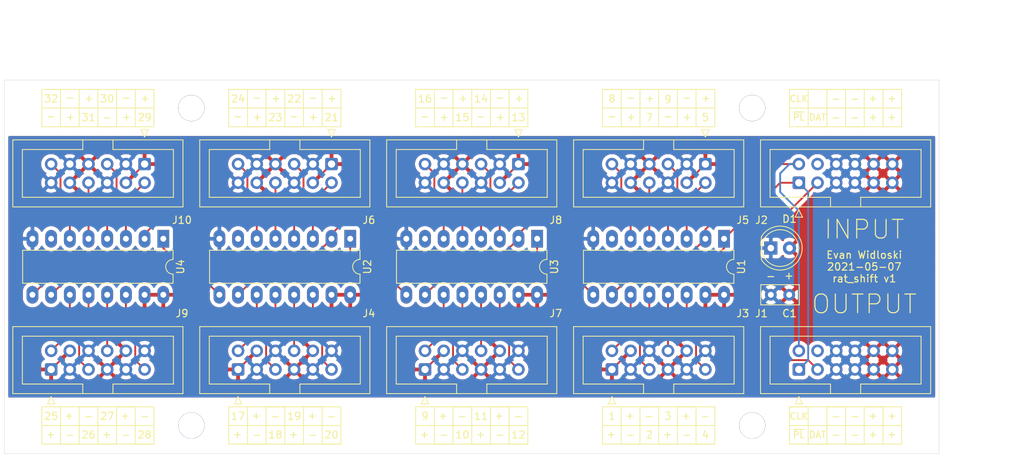
<source format=kicad_pcb>
(kicad_pcb (version 20171130) (host pcbnew 5.1.9+dfsg1-1)
  (layers (0 F.Cu signal) (31 B.Cu signal) (34 B.Paste user) (35 F.Paste user) (36 B.SilkS user) (37 F.SilkS user) (38 B.Mask user) (39 F.Mask user) (44 Edge.Cuts user))
  (net 0 "")
  (net 1 +3V3)
  (net 2 GND)
  (net 3 /CLK)
  (net 4 /OUT1)
  (net 5 /PIR3)
  (net 6 /PIR1)
  (net 7 /PIR4)
  (net 8 /PIR2)
  (net 9 /PIR19)
  (net 10 /PIR17)
  (net 11 /PIR20)
  (net 12 /PIR18)
  (net 13 /PIR7)
  (net 14 /PIR5)
  (net 15 /PIR8)
  (net 16 /PIR6)
  (net 17 /PIR23)
  (net 18 /PIR21)
  (net 19 /PIR24)
  (net 20 /PIR22)
  (net 21 /PIR11)
  (net 22 /PIR9)
  (net 23 /PIR12)
  (net 24 /PIR10)
  (net 25 /PIR15)
  (net 26 /PIR14)
  (net 27 /PIR16)
  (net 28 /PIR13)
  (net 29 /OUT3)
  (net 30 /OUT2)
  (net 31 /DAT_IN)
  (net 32 /~PL)
  (net 33 /DAT_OUT)
  (net 34 /PIR27)
  (net 35 /PIR25)
  (net 36 /PIR28)
  (net 37 /PIR26)
  (net 38 /PIR31)
  (net 39 /PIR29)
  (net 40 /PIR32)
  (net 41 /PIR30)
  (module Capacitor_THT:C_Disc_D5.0mm_W2.5mm_P2.50mm (layer F.Cu) (at 199.35 120.65 180)
    (fp_text reference C1 (at -0.04 -2.54) (layer F.SilkS))
    (fp_text value C)
    (pad 2 thru_hole circle (at 2.5 0 180) (size 1.6 1.6) (drill 0.8) (layers *.Cu *.Mask) (net 2 GND))
    (pad 1 thru_hole circle (at 0 0 180) (size 1.6 1.6) (drill 0.8) (layers *.Cu *.Mask) (net 1 +3V3))
  )
  (module LED_THT:LED_D5.0mm (layer F.Cu) (at 196.85 114.3)
    (fp_text reference D1 (at 2.54 -3.96) (layer F.SilkS))
    (fp_text value LED)
    (pad 2 thru_hole circle (at 2.54 0) (size 1.8 1.8) (drill 0.9) (layers *.Cu *.Mask) (net 1 +3V3))
    (pad 1 thru_hole rect (at 0 0) (size 1.8 1.8) (drill 0.9) (layers *.Cu *.Mask) (net 2 GND))
  )
  (module Package_DIP:DIP-16_W7.62mm_LongPads (layer F.Cu) (at 114.3 113.03 270)
    (fp_text reference U4 (at 3.81 -2.33 90) (layer F.SilkS))
    (fp_text value 74LS165)
    (pad 16 thru_hole oval (at 7.62 0 270) (size 2.4 1.6) (drill 0.8) (layers *.Cu *.Mask) (net 1 +3V3))
    (pad 8 thru_hole oval (at 0 17.78 270) (size 2.4 1.6) (drill 0.8) (layers *.Cu *.Mask) (net 2 GND))
    (pad 15 thru_hole oval (at 7.62 2.54 270) (size 2.4 1.6) (drill 0.8) (layers *.Cu *.Mask) (net 1 +3V3))
    (pad 7 thru_hole oval (at 0 15.24 270) (size 2.4 1.6) (drill 0.8) (layers *.Cu *.Mask))
    (pad 14 thru_hole oval (at 7.62 5.08 270) (size 2.4 1.6) (drill 0.8) (layers *.Cu *.Mask) (net 36 /PIR28))
    (pad 6 thru_hole oval (at 0 12.7 270) (size 2.4 1.6) (drill 0.8) (layers *.Cu *.Mask) (net 40 /PIR32))
    (pad 13 thru_hole oval (at 7.62 7.62 270) (size 2.4 1.6) (drill 0.8) (layers *.Cu *.Mask) (net 34 /PIR27))
    (pad 5 thru_hole oval (at 0 10.16 270) (size 2.4 1.6) (drill 0.8) (layers *.Cu *.Mask) (net 38 /PIR31))
    (pad 12 thru_hole oval (at 7.62 10.16 270) (size 2.4 1.6) (drill 0.8) (layers *.Cu *.Mask) (net 37 /PIR26))
    (pad 4 thru_hole oval (at 0 7.62 270) (size 2.4 1.6) (drill 0.8) (layers *.Cu *.Mask) (net 41 /PIR30))
    (pad 11 thru_hole oval (at 7.62 12.7 270) (size 2.4 1.6) (drill 0.8) (layers *.Cu *.Mask) (net 35 /PIR25))
    (pad 3 thru_hole oval (at 0 5.08 270) (size 2.4 1.6) (drill 0.8) (layers *.Cu *.Mask) (net 39 /PIR29))
    (pad 10 thru_hole oval (at 7.62 15.24 270) (size 2.4 1.6) (drill 0.8) (layers *.Cu *.Mask) (net 29 /OUT3))
    (pad 2 thru_hole oval (at 0 2.54 270) (size 2.4 1.6) (drill 0.8) (layers *.Cu *.Mask) (net 3 /CLK))
    (pad 9 thru_hole oval (at 7.62 17.78 270) (size 2.4 1.6) (drill 0.8) (layers *.Cu *.Mask) (net 33 /DAT_OUT))
    (pad 1 thru_hole rect (at 0 0 270) (size 2.4 1.6) (drill 0.8) (layers *.Cu *.Mask) (net 32 /~PL))
  )
  (module Connector_IDC:IDC-Header_2x06_P2.54mm_Vertical (layer F.Cu) (at 111.76 102.87 270)
    (fp_text reference J10 (at 7.62 -5.08 180) (layer F.SilkS))
    (fp_text value Conn_01x12)
    (pad 12 thru_hole circle (at 2.54 12.7 270) (size 1.7 1.7) (drill 1) (layers *.Cu *.Mask) (net 2 GND))
    (pad 10 thru_hole circle (at 2.54 10.16 270) (size 1.7 1.7) (drill 1) (layers *.Cu *.Mask) (net 1 +3V3))
    (pad 8 thru_hole circle (at 2.54 7.62 270) (size 1.7 1.7) (drill 1) (layers *.Cu *.Mask) (net 38 /PIR31))
    (pad 6 thru_hole circle (at 2.54 5.08 270) (size 1.7 1.7) (drill 1) (layers *.Cu *.Mask) (net 2 GND))
    (pad 4 thru_hole circle (at 2.54 2.54 270) (size 1.7 1.7) (drill 1) (layers *.Cu *.Mask) (net 1 +3V3))
    (pad 2 thru_hole circle (at 2.54 0 270) (size 1.7 1.7) (drill 1) (layers *.Cu *.Mask) (net 39 /PIR29))
    (pad 11 thru_hole circle (at 0 12.7 270) (size 1.7 1.7) (drill 1) (layers *.Cu *.Mask) (net 40 /PIR32))
    (pad 9 thru_hole circle (at 0 10.16 270) (size 1.7 1.7) (drill 1) (layers *.Cu *.Mask) (net 2 GND))
    (pad 7 thru_hole circle (at 0 7.62 270) (size 1.7 1.7) (drill 1) (layers *.Cu *.Mask) (net 1 +3V3))
    (pad 5 thru_hole circle (at 0 5.08 270) (size 1.7 1.7) (drill 1) (layers *.Cu *.Mask) (net 41 /PIR30))
    (pad 3 thru_hole circle (at 0 2.54 270) (size 1.7 1.7) (drill 1) (layers *.Cu *.Mask) (net 2 GND))
    (pad 1 thru_hole roundrect (at 0 0 270) (size 1.7 1.7) (drill 1) (layers *.Cu *.Mask) (roundrect_rratio 0.147059) (net 1 +3V3))
  )
  (module Connector_IDC:IDC-Header_2x06_P2.54mm_Vertical (layer F.Cu) (at 99.06 130.81 90)
    (fp_text reference J9 (at 7.62 17.78 180) (layer F.SilkS))
    (fp_text value Conn_01x12)
    (pad 12 thru_hole circle (at 2.54 12.7 90) (size 1.7 1.7) (drill 1) (layers *.Cu *.Mask) (net 2 GND))
    (pad 10 thru_hole circle (at 2.54 10.16 90) (size 1.7 1.7) (drill 1) (layers *.Cu *.Mask) (net 1 +3V3))
    (pad 8 thru_hole circle (at 2.54 7.62 90) (size 1.7 1.7) (drill 1) (layers *.Cu *.Mask) (net 34 /PIR27))
    (pad 6 thru_hole circle (at 2.54 5.08 90) (size 1.7 1.7) (drill 1) (layers *.Cu *.Mask) (net 2 GND))
    (pad 4 thru_hole circle (at 2.54 2.54 90) (size 1.7 1.7) (drill 1) (layers *.Cu *.Mask) (net 1 +3V3))
    (pad 2 thru_hole circle (at 2.54 0 90) (size 1.7 1.7) (drill 1) (layers *.Cu *.Mask) (net 35 /PIR25))
    (pad 11 thru_hole circle (at 0 12.7 90) (size 1.7 1.7) (drill 1) (layers *.Cu *.Mask) (net 36 /PIR28))
    (pad 9 thru_hole circle (at 0 10.16 90) (size 1.7 1.7) (drill 1) (layers *.Cu *.Mask) (net 2 GND))
    (pad 7 thru_hole circle (at 0 7.62 90) (size 1.7 1.7) (drill 1) (layers *.Cu *.Mask) (net 1 +3V3))
    (pad 5 thru_hole circle (at 0 5.08 90) (size 1.7 1.7) (drill 1) (layers *.Cu *.Mask) (net 37 /PIR26))
    (pad 3 thru_hole circle (at 0 2.54 90) (size 1.7 1.7) (drill 1) (layers *.Cu *.Mask) (net 2 GND))
    (pad 1 thru_hole roundrect (at 0 0 90) (size 1.7 1.7) (drill 1) (layers *.Cu *.Mask) (roundrect_rratio 0.147059) (net 1 +3V3))
  )
  (module Connector_IDC:IDC-Header_2x06_P2.54mm_Vertical (layer F.Cu) (at 200.66 105.41 90)
    (fp_text reference J2 (at -5.08 -5.08 180) (layer F.SilkS))
    (fp_text value Conn_01x12)
    (pad 12 thru_hole circle (at 2.54 12.7 90) (size 1.7 1.7) (drill 1) (layers *.Cu *.Mask) (net 1 +3V3))
    (pad 10 thru_hole circle (at 2.54 10.16 90) (size 1.7 1.7) (drill 1) (layers *.Cu *.Mask) (net 1 +3V3))
    (pad 8 thru_hole circle (at 2.54 7.62 90) (size 1.7 1.7) (drill 1) (layers *.Cu *.Mask) (net 2 GND))
    (pad 6 thru_hole circle (at 2.54 5.08 90) (size 1.7 1.7) (drill 1) (layers *.Cu *.Mask) (net 2 GND))
    (pad 4 thru_hole circle (at 2.54 2.54 90) (size 1.7 1.7) (drill 1) (layers *.Cu *.Mask))
    (pad 2 thru_hole circle (at 2.54 0 90) (size 1.7 1.7) (drill 1) (layers *.Cu *.Mask) (net 3 /CLK))
    (pad 11 thru_hole circle (at 0 12.7 90) (size 1.7 1.7) (drill 1) (layers *.Cu *.Mask) (net 1 +3V3))
    (pad 9 thru_hole circle (at 0 10.16 90) (size 1.7 1.7) (drill 1) (layers *.Cu *.Mask) (net 1 +3V3))
    (pad 7 thru_hole circle (at 0 7.62 90) (size 1.7 1.7) (drill 1) (layers *.Cu *.Mask) (net 2 GND))
    (pad 5 thru_hole circle (at 0 5.08 90) (size 1.7 1.7) (drill 1) (layers *.Cu *.Mask) (net 2 GND))
    (pad 3 thru_hole circle (at 0 2.54 90) (size 1.7 1.7) (drill 1) (layers *.Cu *.Mask) (net 33 /DAT_OUT))
    (pad 1 thru_hole roundrect (at 0 0 90) (size 1.7 1.7) (drill 1) (layers *.Cu *.Mask) (roundrect_rratio 0.147059) (net 32 /~PL))
  )
  (module Connector_IDC:IDC-Header_2x06_P2.54mm_Vertical (layer F.Cu) (at 200.66 130.81 90)
    (fp_text reference J1 (at 7.62 -5.08 180) (layer F.SilkS))
    (fp_text value Conn_01x12)
    (pad 12 thru_hole circle (at 2.54 12.7 90) (size 1.7 1.7) (drill 1) (layers *.Cu *.Mask) (net 1 +3V3))
    (pad 10 thru_hole circle (at 2.54 10.16 90) (size 1.7 1.7) (drill 1) (layers *.Cu *.Mask) (net 1 +3V3))
    (pad 8 thru_hole circle (at 2.54 7.62 90) (size 1.7 1.7) (drill 1) (layers *.Cu *.Mask) (net 2 GND))
    (pad 6 thru_hole circle (at 2.54 5.08 90) (size 1.7 1.7) (drill 1) (layers *.Cu *.Mask) (net 2 GND))
    (pad 4 thru_hole circle (at 2.54 2.54 90) (size 1.7 1.7) (drill 1) (layers *.Cu *.Mask))
    (pad 2 thru_hole circle (at 2.54 0 90) (size 1.7 1.7) (drill 1) (layers *.Cu *.Mask) (net 3 /CLK))
    (pad 11 thru_hole circle (at 0 12.7 90) (size 1.7 1.7) (drill 1) (layers *.Cu *.Mask) (net 1 +3V3))
    (pad 9 thru_hole circle (at 0 10.16 90) (size 1.7 1.7) (drill 1) (layers *.Cu *.Mask) (net 1 +3V3))
    (pad 7 thru_hole circle (at 0 7.62 90) (size 1.7 1.7) (drill 1) (layers *.Cu *.Mask) (net 2 GND))
    (pad 5 thru_hole circle (at 0 5.08 90) (size 1.7 1.7) (drill 1) (layers *.Cu *.Mask) (net 2 GND))
    (pad 3 thru_hole circle (at 0 2.54 90) (size 1.7 1.7) (drill 1) (layers *.Cu *.Mask) (net 31 /DAT_IN))
    (pad 1 thru_hole roundrect (at 0 0 90) (size 1.7 1.7) (drill 1) (layers *.Cu *.Mask) (roundrect_rratio 0.147059) (net 32 /~PL))
  )
  (module Package_DIP:DIP-16_W7.62mm_LongPads (layer F.Cu) (at 139.7 113.03 270)
    (fp_text reference U2 (at 3.81 -2.33 90) (layer F.SilkS))
    (fp_text value 74LS165)
    (pad 16 thru_hole oval (at 7.62 0 270) (size 2.4 1.6) (drill 0.8) (layers *.Cu *.Mask) (net 1 +3V3))
    (pad 8 thru_hole oval (at 0 17.78 270) (size 2.4 1.6) (drill 0.8) (layers *.Cu *.Mask) (net 2 GND))
    (pad 15 thru_hole oval (at 7.62 2.54 270) (size 2.4 1.6) (drill 0.8) (layers *.Cu *.Mask) (net 1 +3V3))
    (pad 7 thru_hole oval (at 0 15.24 270) (size 2.4 1.6) (drill 0.8) (layers *.Cu *.Mask))
    (pad 14 thru_hole oval (at 7.62 5.08 270) (size 2.4 1.6) (drill 0.8) (layers *.Cu *.Mask) (net 11 /PIR20))
    (pad 6 thru_hole oval (at 0 12.7 270) (size 2.4 1.6) (drill 0.8) (layers *.Cu *.Mask) (net 19 /PIR24))
    (pad 13 thru_hole oval (at 7.62 7.62 270) (size 2.4 1.6) (drill 0.8) (layers *.Cu *.Mask) (net 9 /PIR19))
    (pad 5 thru_hole oval (at 0 10.16 270) (size 2.4 1.6) (drill 0.8) (layers *.Cu *.Mask) (net 17 /PIR23))
    (pad 12 thru_hole oval (at 7.62 10.16 270) (size 2.4 1.6) (drill 0.8) (layers *.Cu *.Mask) (net 12 /PIR18))
    (pad 4 thru_hole oval (at 0 7.62 270) (size 2.4 1.6) (drill 0.8) (layers *.Cu *.Mask) (net 20 /PIR22))
    (pad 11 thru_hole oval (at 7.62 12.7 270) (size 2.4 1.6) (drill 0.8) (layers *.Cu *.Mask) (net 10 /PIR17))
    (pad 3 thru_hole oval (at 0 5.08 270) (size 2.4 1.6) (drill 0.8) (layers *.Cu *.Mask) (net 18 /PIR21))
    (pad 10 thru_hole oval (at 7.62 15.24 270) (size 2.4 1.6) (drill 0.8) (layers *.Cu *.Mask) (net 30 /OUT2))
    (pad 2 thru_hole oval (at 0 2.54 270) (size 2.4 1.6) (drill 0.8) (layers *.Cu *.Mask) (net 3 /CLK))
    (pad 9 thru_hole oval (at 7.62 17.78 270) (size 2.4 1.6) (drill 0.8) (layers *.Cu *.Mask) (net 29 /OUT3))
    (pad 1 thru_hole rect (at 0 0 270) (size 2.4 1.6) (drill 0.8) (layers *.Cu *.Mask) (net 32 /~PL))
  )
  (module Connector_IDC:IDC-Header_2x06_P2.54mm_Vertical (layer F.Cu) (at 162.56 102.87 270)
    (fp_text reference J8 (at 7.62 -5.08 180) (layer F.SilkS))
    (fp_text value Conn_01x12)
    (pad 12 thru_hole circle (at 2.54 12.7 270) (size 1.7 1.7) (drill 1) (layers *.Cu *.Mask) (net 2 GND))
    (pad 10 thru_hole circle (at 2.54 10.16 270) (size 1.7 1.7) (drill 1) (layers *.Cu *.Mask) (net 1 +3V3))
    (pad 8 thru_hole circle (at 2.54 7.62 270) (size 1.7 1.7) (drill 1) (layers *.Cu *.Mask) (net 25 /PIR15))
    (pad 6 thru_hole circle (at 2.54 5.08 270) (size 1.7 1.7) (drill 1) (layers *.Cu *.Mask) (net 2 GND))
    (pad 4 thru_hole circle (at 2.54 2.54 270) (size 1.7 1.7) (drill 1) (layers *.Cu *.Mask) (net 1 +3V3))
    (pad 2 thru_hole circle (at 2.54 0 270) (size 1.7 1.7) (drill 1) (layers *.Cu *.Mask) (net 28 /PIR13))
    (pad 11 thru_hole circle (at 0 12.7 270) (size 1.7 1.7) (drill 1) (layers *.Cu *.Mask) (net 27 /PIR16))
    (pad 9 thru_hole circle (at 0 10.16 270) (size 1.7 1.7) (drill 1) (layers *.Cu *.Mask) (net 2 GND))
    (pad 7 thru_hole circle (at 0 7.62 270) (size 1.7 1.7) (drill 1) (layers *.Cu *.Mask) (net 1 +3V3))
    (pad 5 thru_hole circle (at 0 5.08 270) (size 1.7 1.7) (drill 1) (layers *.Cu *.Mask) (net 26 /PIR14))
    (pad 3 thru_hole circle (at 0 2.54 270) (size 1.7 1.7) (drill 1) (layers *.Cu *.Mask) (net 2 GND))
    (pad 1 thru_hole roundrect (at 0 0 270) (size 1.7 1.7) (drill 1) (layers *.Cu *.Mask) (roundrect_rratio 0.147059) (net 1 +3V3))
  )
  (module Package_DIP:DIP-16_W7.62mm_LongPads (layer F.Cu) (at 165.1 113.03 270)
    (fp_text reference U3 (at 3.81 -2.33 90) (layer F.SilkS))
    (fp_text value 74LS165)
    (pad 16 thru_hole oval (at 7.62 0 270) (size 2.4 1.6) (drill 0.8) (layers *.Cu *.Mask) (net 1 +3V3))
    (pad 8 thru_hole oval (at 0 17.78 270) (size 2.4 1.6) (drill 0.8) (layers *.Cu *.Mask) (net 2 GND))
    (pad 15 thru_hole oval (at 7.62 2.54 270) (size 2.4 1.6) (drill 0.8) (layers *.Cu *.Mask) (net 1 +3V3))
    (pad 7 thru_hole oval (at 0 15.24 270) (size 2.4 1.6) (drill 0.8) (layers *.Cu *.Mask))
    (pad 14 thru_hole oval (at 7.62 5.08 270) (size 2.4 1.6) (drill 0.8) (layers *.Cu *.Mask) (net 23 /PIR12))
    (pad 6 thru_hole oval (at 0 12.7 270) (size 2.4 1.6) (drill 0.8) (layers *.Cu *.Mask) (net 27 /PIR16))
    (pad 13 thru_hole oval (at 7.62 7.62 270) (size 2.4 1.6) (drill 0.8) (layers *.Cu *.Mask) (net 21 /PIR11))
    (pad 5 thru_hole oval (at 0 10.16 270) (size 2.4 1.6) (drill 0.8) (layers *.Cu *.Mask) (net 25 /PIR15))
    (pad 12 thru_hole oval (at 7.62 10.16 270) (size 2.4 1.6) (drill 0.8) (layers *.Cu *.Mask) (net 24 /PIR10))
    (pad 4 thru_hole oval (at 0 7.62 270) (size 2.4 1.6) (drill 0.8) (layers *.Cu *.Mask) (net 26 /PIR14))
    (pad 11 thru_hole oval (at 7.62 12.7 270) (size 2.4 1.6) (drill 0.8) (layers *.Cu *.Mask) (net 22 /PIR9))
    (pad 3 thru_hole oval (at 0 5.08 270) (size 2.4 1.6) (drill 0.8) (layers *.Cu *.Mask) (net 28 /PIR13))
    (pad 10 thru_hole oval (at 7.62 15.24 270) (size 2.4 1.6) (drill 0.8) (layers *.Cu *.Mask) (net 4 /OUT1))
    (pad 2 thru_hole oval (at 0 2.54 270) (size 2.4 1.6) (drill 0.8) (layers *.Cu *.Mask) (net 3 /CLK))
    (pad 9 thru_hole oval (at 7.62 17.78 270) (size 2.4 1.6) (drill 0.8) (layers *.Cu *.Mask) (net 30 /OUT2))
    (pad 1 thru_hole rect (at 0 0 270) (size 2.4 1.6) (drill 0.8) (layers *.Cu *.Mask) (net 32 /~PL))
  )
  (module Package_DIP:DIP-16_W7.62mm_LongPads (layer F.Cu) (at 190.5 113.03 270)
    (fp_text reference U1 (at 3.81 -2.33 90) (layer F.SilkS))
    (fp_text value 74LS165)
    (pad 16 thru_hole oval (at 7.62 0 270) (size 2.4 1.6) (drill 0.8) (layers *.Cu *.Mask) (net 1 +3V3))
    (pad 8 thru_hole oval (at 0 17.78 270) (size 2.4 1.6) (drill 0.8) (layers *.Cu *.Mask) (net 2 GND))
    (pad 15 thru_hole oval (at 7.62 2.54 270) (size 2.4 1.6) (drill 0.8) (layers *.Cu *.Mask) (net 1 +3V3))
    (pad 7 thru_hole oval (at 0 15.24 270) (size 2.4 1.6) (drill 0.8) (layers *.Cu *.Mask))
    (pad 14 thru_hole oval (at 7.62 5.08 270) (size 2.4 1.6) (drill 0.8) (layers *.Cu *.Mask) (net 7 /PIR4))
    (pad 6 thru_hole oval (at 0 12.7 270) (size 2.4 1.6) (drill 0.8) (layers *.Cu *.Mask) (net 15 /PIR8))
    (pad 13 thru_hole oval (at 7.62 7.62 270) (size 2.4 1.6) (drill 0.8) (layers *.Cu *.Mask) (net 5 /PIR3))
    (pad 5 thru_hole oval (at 0 10.16 270) (size 2.4 1.6) (drill 0.8) (layers *.Cu *.Mask) (net 13 /PIR7))
    (pad 12 thru_hole oval (at 7.62 10.16 270) (size 2.4 1.6) (drill 0.8) (layers *.Cu *.Mask) (net 8 /PIR2))
    (pad 4 thru_hole oval (at 0 7.62 270) (size 2.4 1.6) (drill 0.8) (layers *.Cu *.Mask) (net 16 /PIR6))
    (pad 11 thru_hole oval (at 7.62 12.7 270) (size 2.4 1.6) (drill 0.8) (layers *.Cu *.Mask) (net 6 /PIR1))
    (pad 3 thru_hole oval (at 0 5.08 270) (size 2.4 1.6) (drill 0.8) (layers *.Cu *.Mask) (net 14 /PIR5))
    (pad 10 thru_hole oval (at 7.62 15.24 270) (size 2.4 1.6) (drill 0.8) (layers *.Cu *.Mask) (net 31 /DAT_IN))
    (pad 2 thru_hole oval (at 0 2.54 270) (size 2.4 1.6) (drill 0.8) (layers *.Cu *.Mask) (net 3 /CLK))
    (pad 9 thru_hole oval (at 7.62 17.78 270) (size 2.4 1.6) (drill 0.8) (layers *.Cu *.Mask) (net 4 /OUT1))
    (pad 1 thru_hole rect (at 0 0 270) (size 2.4 1.6) (drill 0.8) (layers *.Cu *.Mask) (net 32 /~PL))
  )
  (module Connector_IDC:IDC-Header_2x06_P2.54mm_Vertical (layer F.Cu) (at 149.86 130.81 90)
    (fp_text reference J7 (at 7.62 17.78 180) (layer F.SilkS))
    (fp_text value Conn_01x12)
    (pad 12 thru_hole circle (at 2.54 12.7 90) (size 1.7 1.7) (drill 1) (layers *.Cu *.Mask) (net 2 GND))
    (pad 10 thru_hole circle (at 2.54 10.16 90) (size 1.7 1.7) (drill 1) (layers *.Cu *.Mask) (net 1 +3V3))
    (pad 8 thru_hole circle (at 2.54 7.62 90) (size 1.7 1.7) (drill 1) (layers *.Cu *.Mask) (net 21 /PIR11))
    (pad 6 thru_hole circle (at 2.54 5.08 90) (size 1.7 1.7) (drill 1) (layers *.Cu *.Mask) (net 2 GND))
    (pad 4 thru_hole circle (at 2.54 2.54 90) (size 1.7 1.7) (drill 1) (layers *.Cu *.Mask) (net 1 +3V3))
    (pad 2 thru_hole circle (at 2.54 0 90) (size 1.7 1.7) (drill 1) (layers *.Cu *.Mask) (net 22 /PIR9))
    (pad 11 thru_hole circle (at 0 12.7 90) (size 1.7 1.7) (drill 1) (layers *.Cu *.Mask) (net 23 /PIR12))
    (pad 9 thru_hole circle (at 0 10.16 90) (size 1.7 1.7) (drill 1) (layers *.Cu *.Mask) (net 2 GND))
    (pad 7 thru_hole circle (at 0 7.62 90) (size 1.7 1.7) (drill 1) (layers *.Cu *.Mask) (net 1 +3V3))
    (pad 5 thru_hole circle (at 0 5.08 90) (size 1.7 1.7) (drill 1) (layers *.Cu *.Mask) (net 24 /PIR10))
    (pad 3 thru_hole circle (at 0 2.54 90) (size 1.7 1.7) (drill 1) (layers *.Cu *.Mask) (net 2 GND))
    (pad 1 thru_hole roundrect (at 0 0 90) (size 1.7 1.7) (drill 1) (layers *.Cu *.Mask) (roundrect_rratio 0.147059) (net 1 +3V3))
  )
  (module Connector_IDC:IDC-Header_2x06_P2.54mm_Vertical (layer F.Cu) (at 137.16 102.87 270)
    (fp_text reference J6 (at 7.62 -5.08) (layer F.SilkS))
    (fp_text value Conn_01x12)
    (pad 12 thru_hole circle (at 2.54 12.7 270) (size 1.7 1.7) (drill 1) (layers *.Cu *.Mask) (net 2 GND))
    (pad 10 thru_hole circle (at 2.54 10.16 270) (size 1.7 1.7) (drill 1) (layers *.Cu *.Mask) (net 1 +3V3))
    (pad 8 thru_hole circle (at 2.54 7.62 270) (size 1.7 1.7) (drill 1) (layers *.Cu *.Mask) (net 17 /PIR23))
    (pad 6 thru_hole circle (at 2.54 5.08 270) (size 1.7 1.7) (drill 1) (layers *.Cu *.Mask) (net 2 GND))
    (pad 4 thru_hole circle (at 2.54 2.54 270) (size 1.7 1.7) (drill 1) (layers *.Cu *.Mask) (net 1 +3V3))
    (pad 2 thru_hole circle (at 2.54 0 270) (size 1.7 1.7) (drill 1) (layers *.Cu *.Mask) (net 18 /PIR21))
    (pad 11 thru_hole circle (at 0 12.7 270) (size 1.7 1.7) (drill 1) (layers *.Cu *.Mask) (net 19 /PIR24))
    (pad 9 thru_hole circle (at 0 10.16 270) (size 1.7 1.7) (drill 1) (layers *.Cu *.Mask) (net 2 GND))
    (pad 7 thru_hole circle (at 0 7.62 270) (size 1.7 1.7) (drill 1) (layers *.Cu *.Mask) (net 1 +3V3))
    (pad 5 thru_hole circle (at 0 5.08 270) (size 1.7 1.7) (drill 1) (layers *.Cu *.Mask) (net 20 /PIR22))
    (pad 3 thru_hole circle (at 0 2.54 270) (size 1.7 1.7) (drill 1) (layers *.Cu *.Mask) (net 2 GND))
    (pad 1 thru_hole roundrect (at 0 0 270) (size 1.7 1.7) (drill 1) (layers *.Cu *.Mask) (roundrect_rratio 0.147059) (net 1 +3V3))
  )
  (module Connector_IDC:IDC-Header_2x06_P2.54mm_Vertical (layer F.Cu) (at 187.96 102.87 270)
    (fp_text reference J5 (at 7.62 -5.08 180) (layer F.SilkS))
    (fp_text value Conn_01x12)
    (pad 12 thru_hole circle (at 2.54 12.7 270) (size 1.7 1.7) (drill 1) (layers *.Cu *.Mask) (net 2 GND))
    (pad 10 thru_hole circle (at 2.54 10.16 270) (size 1.7 1.7) (drill 1) (layers *.Cu *.Mask) (net 1 +3V3))
    (pad 8 thru_hole circle (at 2.54 7.62 270) (size 1.7 1.7) (drill 1) (layers *.Cu *.Mask) (net 13 /PIR7))
    (pad 6 thru_hole circle (at 2.54 5.08 270) (size 1.7 1.7) (drill 1) (layers *.Cu *.Mask) (net 2 GND))
    (pad 4 thru_hole circle (at 2.54 2.54 270) (size 1.7 1.7) (drill 1) (layers *.Cu *.Mask) (net 1 +3V3))
    (pad 2 thru_hole circle (at 2.54 0 270) (size 1.7 1.7) (drill 1) (layers *.Cu *.Mask) (net 14 /PIR5))
    (pad 11 thru_hole circle (at 0 12.7 270) (size 1.7 1.7) (drill 1) (layers *.Cu *.Mask) (net 15 /PIR8))
    (pad 9 thru_hole circle (at 0 10.16 270) (size 1.7 1.7) (drill 1) (layers *.Cu *.Mask) (net 2 GND))
    (pad 7 thru_hole circle (at 0 7.62 270) (size 1.7 1.7) (drill 1) (layers *.Cu *.Mask) (net 1 +3V3))
    (pad 5 thru_hole circle (at 0 5.08 270) (size 1.7 1.7) (drill 1) (layers *.Cu *.Mask) (net 16 /PIR6))
    (pad 3 thru_hole circle (at 0 2.54 270) (size 1.7 1.7) (drill 1) (layers *.Cu *.Mask) (net 2 GND))
    (pad 1 thru_hole roundrect (at 0 0 270) (size 1.7 1.7) (drill 1) (layers *.Cu *.Mask) (roundrect_rratio 0.147059) (net 1 +3V3))
  )
  (module Connector_IDC:IDC-Header_2x06_P2.54mm_Vertical (layer F.Cu) (at 124.46 130.81 90)
    (fp_text reference J4 (at 7.62 17.78 180) (layer F.SilkS))
    (fp_text value Conn_01x12)
    (pad 12 thru_hole circle (at 2.54 12.7 90) (size 1.7 1.7) (drill 1) (layers *.Cu *.Mask) (net 2 GND))
    (pad 10 thru_hole circle (at 2.54 10.16 90) (size 1.7 1.7) (drill 1) (layers *.Cu *.Mask) (net 1 +3V3))
    (pad 8 thru_hole circle (at 2.54 7.62 90) (size 1.7 1.7) (drill 1) (layers *.Cu *.Mask) (net 9 /PIR19))
    (pad 6 thru_hole circle (at 2.54 5.08 90) (size 1.7 1.7) (drill 1) (layers *.Cu *.Mask) (net 2 GND))
    (pad 4 thru_hole circle (at 2.54 2.54 90) (size 1.7 1.7) (drill 1) (layers *.Cu *.Mask) (net 1 +3V3))
    (pad 2 thru_hole circle (at 2.54 0 90) (size 1.7 1.7) (drill 1) (layers *.Cu *.Mask) (net 10 /PIR17))
    (pad 11 thru_hole circle (at 0 12.7 90) (size 1.7 1.7) (drill 1) (layers *.Cu *.Mask) (net 11 /PIR20))
    (pad 9 thru_hole circle (at 0 10.16 90) (size 1.7 1.7) (drill 1) (layers *.Cu *.Mask) (net 2 GND))
    (pad 7 thru_hole circle (at 0 7.62 90) (size 1.7 1.7) (drill 1) (layers *.Cu *.Mask) (net 1 +3V3))
    (pad 5 thru_hole circle (at 0 5.08 90) (size 1.7 1.7) (drill 1) (layers *.Cu *.Mask) (net 12 /PIR18))
    (pad 3 thru_hole circle (at 0 2.54 90) (size 1.7 1.7) (drill 1) (layers *.Cu *.Mask) (net 2 GND))
    (pad 1 thru_hole roundrect (at 0 0 90) (size 1.7 1.7) (drill 1) (layers *.Cu *.Mask) (roundrect_rratio 0.147059) (net 1 +3V3))
  )
  (module Connector_IDC:IDC-Header_2x06_P2.54mm_Vertical (layer F.Cu) (at 175.26 130.81 90)
    (fp_text reference J3 (at 7.62 17.78 180) (layer F.SilkS))
    (fp_text value Conn_01x12)
    (pad 12 thru_hole circle (at 2.54 12.7 90) (size 1.7 1.7) (drill 1) (layers *.Cu *.Mask) (net 2 GND))
    (pad 10 thru_hole circle (at 2.54 10.16 90) (size 1.7 1.7) (drill 1) (layers *.Cu *.Mask) (net 1 +3V3))
    (pad 8 thru_hole circle (at 2.54 7.62 90) (size 1.7 1.7) (drill 1) (layers *.Cu *.Mask) (net 5 /PIR3))
    (pad 6 thru_hole circle (at 2.54 5.08 90) (size 1.7 1.7) (drill 1) (layers *.Cu *.Mask) (net 2 GND))
    (pad 4 thru_hole circle (at 2.54 2.54 90) (size 1.7 1.7) (drill 1) (layers *.Cu *.Mask) (net 1 +3V3))
    (pad 2 thru_hole circle (at 2.54 0 90) (size 1.7 1.7) (drill 1) (layers *.Cu *.Mask) (net 6 /PIR1))
    (pad 11 thru_hole circle (at 0 12.7 90) (size 1.7 1.7) (drill 1) (layers *.Cu *.Mask) (net 7 /PIR4))
    (pad 9 thru_hole circle (at 0 10.16 90) (size 1.7 1.7) (drill 1) (layers *.Cu *.Mask) (net 2 GND))
    (pad 7 thru_hole circle (at 0 7.62 90) (size 1.7 1.7) (drill 1) (layers *.Cu *.Mask) (net 1 +3V3))
    (pad 5 thru_hole circle (at 0 5.08 90) (size 1.7 1.7) (drill 1) (layers *.Cu *.Mask) (net 8 /PIR2))
    (pad 3 thru_hole circle (at 0 2.54 90) (size 1.7 1.7) (drill 1) (layers *.Cu *.Mask) (net 2 GND))
    (pad 1 thru_hole roundrect (at 0 0 90) (size 1.7 1.7) (drill 1) (layers *.Cu *.Mask) (roundrect_rratio 0.147059) (net 1 +3V3))
  )
  (gr_line (start 219.71 91.44) (end 92.71 91.44) (layer Edge.Cuts) (width 0.05))
  (gr_line (start 219.71 142.24) (end 219.71 91.44) (layer Edge.Cuts) (width 0.05))
  (gr_line (start 92.71 142.24) (end 219.71 142.24) (layer Edge.Cuts) (width 0.05))
  (gr_line (start 92.71 91.44) (end 92.71 142.24) (layer Edge.Cuts) (width 0.05))
  (gr_text - (at 196.85 118.11) (layer F.SilkS) (effects (font (size 1 1))))
  (gr_text + (at 199.39 118.11 270) (layer F.SilkS) (effects (font (size 1 1))))
  (gr_text "Evan Widloski\n2021-05-07\nrat_shift v1" (at 209.55 116.84) (layer F.SilkS) (effects (font (size 1 1))))
  (gr_text OUTPUT (at 209.55 121.92) (layer F.SilkS) (effects (font (size 2.54 2.54))))
  (gr_text INPUT (at 209.55 111.76) (layer F.SilkS) (effects (font (size 2.54 2.54))))
  (gr_line (start 212.09 97.79) (end 212.09 92.71) (layer F.SilkS) (width 0.12))
  (gr_line (start 199.39 95.25) (end 214.63 95.25) (layer F.SilkS) (width 0.12))
  (gr_line (start 199.39 97.79) (end 214.63 97.79) (layer F.SilkS) (width 0.12))
  (gr_text ~PL (at 200.66 96.52) (layer F.SilkS) (effects (font (size 0.889 0.889))))
  (gr_line (start 199.39 97.79) (end 199.39 92.71) (layer F.SilkS) (width 0.12))
  (gr_line (start 212.09 92.71) (end 209.55 92.71) (layer F.SilkS) (width 0.12))
  (gr_line (start 199.39 92.71) (end 214.63 92.71) (layer F.SilkS) (width 0.12))
  (gr_text - (at 208.28 93.98) (layer F.SilkS) (effects (font (size 1 1))))
  (gr_text + (at 213.36 93.98 270) (layer F.SilkS) (effects (font (size 1 1))))
  (gr_text DAT (at 203.2 96.52) (layer F.SilkS) (effects (font (size 0.889 0.889))))
  (gr_text + (at 210.82 93.98 270) (layer F.SilkS) (effects (font (size 1 1))))
  (gr_text CLK (at 200.66 93.98) (layer F.SilkS) (effects (font (size 0.889 0.889))))
  (gr_text - (at 205.74 93.98) (layer F.SilkS) (effects (font (size 1 1))))
  (gr_text - (at 208.28 96.52) (layer F.SilkS) (effects (font (size 1 1))))
  (gr_line (start 201.93 92.71) (end 199.39 92.71) (layer F.SilkS) (width 0.12))
  (gr_text + (at 213.36 96.52 270) (layer F.SilkS) (effects (font (size 1 1))))
  (gr_text - (at 205.74 96.52) (layer F.SilkS) (effects (font (size 1 1))))
  (gr_line (start 204.47 92.71) (end 204.47 97.79) (layer F.SilkS) (width 0.12))
  (gr_line (start 209.55 97.79) (end 207.01 97.79) (layer F.SilkS) (width 0.12))
  (gr_line (start 214.63 92.71) (end 214.63 97.79) (layer F.SilkS) (width 0.12))
  (gr_line (start 207.01 97.79) (end 207.01 92.71) (layer F.SilkS) (width 0.12))
  (gr_line (start 207.01 92.71) (end 204.47 92.71) (layer F.SilkS) (width 0.12))
  (gr_line (start 209.55 92.71) (end 209.55 97.79) (layer F.SilkS) (width 0.12))
  (gr_text + (at 210.82 96.52 270) (layer F.SilkS) (effects (font (size 1 1))))
  (gr_line (start 204.47 97.79) (end 201.93 97.79) (layer F.SilkS) (width 0.12))
  (gr_line (start 201.93 97.79) (end 201.93 92.71) (layer F.SilkS) (width 0.12))
  (gr_text CLK (at 200.66 137.16) (layer F.SilkS) (effects (font (size 0.889 0.889))))
  (gr_text ~PL (at 200.66 139.7) (layer F.SilkS) (effects (font (size 0.889 0.889))))
  (gr_text DAT (at 203.2 139.7) (layer F.SilkS) (effects (font (size 0.889 0.889))))
  (gr_text - (at 205.74 139.7) (layer F.SilkS) (effects (font (size 1 1))))
  (gr_text - (at 205.74 137.16) (layer F.SilkS) (effects (font (size 1 1))))
  (gr_text - (at 208.28 137.16) (layer F.SilkS) (effects (font (size 1 1))))
  (gr_text - (at 208.28 139.7) (layer F.SilkS) (effects (font (size 1 1))))
  (gr_text + (at 210.82 137.16 270) (layer F.SilkS) (effects (font (size 1 1))))
  (gr_text + (at 210.82 139.7 270) (layer F.SilkS) (effects (font (size 1 1))))
  (gr_text + (at 213.36 139.7 270) (layer F.SilkS) (effects (font (size 1 1))))
  (gr_text + (at 213.36 137.16 270) (layer F.SilkS) (effects (font (size 1 1))))
  (gr_text 24 (at 124.46 93.98) (layer F.SilkS) (effects (font (size 1 1))))
  (gr_text 23 (at 129.54 96.52) (layer F.SilkS) (effects (font (size 1 1))))
  (gr_text 22 (at 132.08 93.98) (layer F.SilkS) (effects (font (size 1 1))))
  (gr_text 21 (at 137.16 96.52) (layer F.SilkS) (effects (font (size 1 1))))
  (gr_text 32 (at 99.06 93.98) (layer F.SilkS) (effects (font (size 1 1))))
  (gr_text 31 (at 104.14 96.52) (layer F.SilkS) (effects (font (size 1 1))))
  (gr_text 30 (at 106.68 93.98) (layer F.SilkS) (effects (font (size 1 1))))
  (gr_text 29 (at 111.76 96.52) (layer F.SilkS) (effects (font (size 1 1))))
  (gr_text 28 (at 111.76 139.7) (layer F.SilkS) (effects (font (size 1 1))))
  (gr_text 27 (at 106.68 137.16) (layer F.SilkS) (effects (font (size 1 1))))
  (gr_text 26 (at 104.14 139.7) (layer F.SilkS) (effects (font (size 1 1))))
  (gr_text 25 (at 99.06 137.16) (layer F.SilkS) (effects (font (size 1 1))))
  (gr_text 20 (at 137.16 139.7) (layer F.SilkS) (effects (font (size 1 1))))
  (gr_text 19 (at 132.08 137.16) (layer F.SilkS) (effects (font (size 1 1))))
  (gr_text 18 (at 129.54 139.7) (layer F.SilkS) (effects (font (size 1 1))))
  (gr_text 17 (at 124.46 137.16) (layer F.SilkS) (effects (font (size 1 1))))
  (gr_text 16 (at 149.86 93.98) (layer F.SilkS) (effects (font (size 1 1))))
  (gr_text 15 (at 154.94 96.52) (layer F.SilkS) (effects (font (size 1 1))))
  (gr_text 14 (at 157.48 93.98) (layer F.SilkS) (effects (font (size 1 1))))
  (gr_text 13 (at 162.56 96.52) (layer F.SilkS) (effects (font (size 1 1))))
  (gr_text 12 (at 162.56 139.7) (layer F.SilkS) (effects (font (size 1 1))))
  (gr_text 11 (at 157.48 137.16) (layer F.SilkS) (effects (font (size 1 1))))
  (gr_text 10 (at 154.94 139.7) (layer F.SilkS) (effects (font (size 1 1))))
  (gr_text 9 (at 149.86 137.16) (layer F.SilkS) (effects (font (size 1 1))))
  (gr_text 8 (at 175.26 93.98) (layer F.SilkS) (effects (font (size 1 1))))
  (gr_text 7 (at 180.34 96.52) (layer F.SilkS) (effects (font (size 1 1))))
  (gr_text 6 (at 182.88 93.98 180) (layer F.SilkS) (effects (font (size 1 1))))
  (gr_text 5 (at 187.96 96.52) (layer F.SilkS) (effects (font (size 1 1))))
  (gr_text 1 (at 175.26 137.16) (layer F.SilkS) (effects (font (size 1 1))))
  (gr_text 2 (at 180.34 139.7) (layer F.SilkS) (effects (font (size 1 1))))
  (gr_text 3 (at 182.88 137.16) (layer F.SilkS) (effects (font (size 1 1))))
  (gr_text 4 (at 187.96 139.7) (layer F.SilkS) (effects (font (size 1 1))))
  (gr_line (start 207.01 140.97) (end 207.01 135.89) (layer F.SilkS) (width 0.12))
  (gr_line (start 199.39 140.97) (end 214.63 140.97) (layer F.SilkS) (width 0.12))
  (gr_line (start 212.09 140.97) (end 212.09 135.89) (layer F.SilkS) (width 0.12))
  (gr_line (start 199.39 140.97) (end 199.39 135.89) (layer F.SilkS) (width 0.12))
  (gr_line (start 204.47 140.97) (end 201.93 140.97) (layer F.SilkS) (width 0.12))
  (gr_line (start 209.55 135.89) (end 209.55 140.97) (layer F.SilkS) (width 0.12))
  (gr_line (start 201.93 140.97) (end 201.93 135.89) (layer F.SilkS) (width 0.12))
  (gr_line (start 199.39 138.43) (end 214.63 138.43) (layer F.SilkS) (width 0.12))
  (gr_line (start 204.47 135.89) (end 204.47 140.97) (layer F.SilkS) (width 0.12))
  (gr_line (start 209.55 140.97) (end 207.01 140.97) (layer F.SilkS) (width 0.12))
  (gr_line (start 199.39 135.89) (end 214.63 135.89) (layer F.SilkS) (width 0.12))
  (gr_line (start 207.01 135.89) (end 204.47 135.89) (layer F.SilkS) (width 0.12))
  (gr_line (start 212.09 135.89) (end 209.55 135.89) (layer F.SilkS) (width 0.12))
  (gr_line (start 214.63 135.89) (end 214.63 140.97) (layer F.SilkS) (width 0.12))
  (gr_line (start 201.93 135.89) (end 199.39 135.89) (layer F.SilkS) (width 0.12))
  (gr_line (start 181.61 97.79) (end 181.61 92.71) (layer F.SilkS) (width 0.12))
  (gr_text - (at 185.42 93.98 180) (layer F.SilkS) (effects (font (size 1 1))))
  (gr_line (start 173.99 97.79) (end 189.23 97.79) (layer F.SilkS) (width 0.12))
  (gr_line (start 186.69 97.79) (end 186.69 92.71) (layer F.SilkS) (width 0.12))
  (gr_line (start 173.99 97.79) (end 173.99 92.71) (layer F.SilkS) (width 0.12))
  (gr_text + (at 180.34 93.98 90) (layer F.SilkS) (effects (font (size 1 1))))
  (gr_line (start 179.07 97.79) (end 176.53 97.79) (layer F.SilkS) (width 0.12))
  (gr_text + (at 177.8 96.52 90) (layer F.SilkS) (effects (font (size 1 1))))
  (gr_line (start 184.15 92.71) (end 184.15 97.79) (layer F.SilkS) (width 0.12))
  (gr_line (start 176.53 97.79) (end 176.53 92.71) (layer F.SilkS) (width 0.12))
  (gr_text + (at 187.96 93.98 90) (layer F.SilkS) (effects (font (size 1 1))))
  (gr_line (start 173.99 95.25) (end 189.23 95.25) (layer F.SilkS) (width 0.12))
  (gr_text - (at 175.26 96.52 180) (layer F.SilkS) (effects (font (size 1 1))))
  (gr_text - (at 182.88 96.52 180) (layer F.SilkS) (effects (font (size 1 1))))
  (gr_line (start 179.07 92.71) (end 179.07 97.79) (layer F.SilkS) (width 0.12))
  (gr_line (start 184.15 97.79) (end 181.61 97.79) (layer F.SilkS) (width 0.12))
  (gr_line (start 173.99 92.71) (end 189.23 92.71) (layer F.SilkS) (width 0.12))
  (gr_line (start 181.61 92.71) (end 179.07 92.71) (layer F.SilkS) (width 0.12))
  (gr_text - (at 177.8 93.98 180) (layer F.SilkS) (effects (font (size 1 1))))
  (gr_text + (at 185.42 96.52 90) (layer F.SilkS) (effects (font (size 1 1))))
  (gr_line (start 186.69 92.71) (end 184.15 92.71) (layer F.SilkS) (width 0.12))
  (gr_line (start 189.23 92.71) (end 189.23 97.79) (layer F.SilkS) (width 0.12))
  (gr_line (start 176.53 92.71) (end 173.99 92.71) (layer F.SilkS) (width 0.12))
  (gr_line (start 156.21 97.79) (end 156.21 92.71) (layer F.SilkS) (width 0.12))
  (gr_text - (at 160.02 93.98 180) (layer F.SilkS) (effects (font (size 1 1))))
  (gr_line (start 148.59 97.79) (end 163.83 97.79) (layer F.SilkS) (width 0.12))
  (gr_line (start 161.29 97.79) (end 161.29 92.71) (layer F.SilkS) (width 0.12))
  (gr_line (start 148.59 97.79) (end 148.59 92.71) (layer F.SilkS) (width 0.12))
  (gr_text + (at 154.94 93.98 90) (layer F.SilkS) (effects (font (size 1 1))))
  (gr_line (start 153.67 97.79) (end 151.13 97.79) (layer F.SilkS) (width 0.12))
  (gr_text + (at 152.4 96.52 90) (layer F.SilkS) (effects (font (size 1 1))))
  (gr_line (start 158.75 92.71) (end 158.75 97.79) (layer F.SilkS) (width 0.12))
  (gr_line (start 151.13 97.79) (end 151.13 92.71) (layer F.SilkS) (width 0.12))
  (gr_text + (at 162.56 93.98 90) (layer F.SilkS) (effects (font (size 1 1))))
  (gr_line (start 148.59 95.25) (end 163.83 95.25) (layer F.SilkS) (width 0.12))
  (gr_text - (at 149.86 96.52 180) (layer F.SilkS) (effects (font (size 1 1))))
  (gr_text - (at 157.48 96.52 180) (layer F.SilkS) (effects (font (size 1 1))))
  (gr_line (start 153.67 92.71) (end 153.67 97.79) (layer F.SilkS) (width 0.12))
  (gr_line (start 158.75 97.79) (end 156.21 97.79) (layer F.SilkS) (width 0.12))
  (gr_line (start 148.59 92.71) (end 163.83 92.71) (layer F.SilkS) (width 0.12))
  (gr_line (start 156.21 92.71) (end 153.67 92.71) (layer F.SilkS) (width 0.12))
  (gr_text - (at 152.4 93.98 180) (layer F.SilkS) (effects (font (size 1 1))))
  (gr_text + (at 160.02 96.52 90) (layer F.SilkS) (effects (font (size 1 1))))
  (gr_line (start 161.29 92.71) (end 158.75 92.71) (layer F.SilkS) (width 0.12))
  (gr_line (start 163.83 92.71) (end 163.83 97.79) (layer F.SilkS) (width 0.12))
  (gr_line (start 151.13 92.71) (end 148.59 92.71) (layer F.SilkS) (width 0.12))
  (gr_line (start 130.81 97.79) (end 130.81 92.71) (layer F.SilkS) (width 0.12))
  (gr_text - (at 134.62 93.98 180) (layer F.SilkS) (effects (font (size 1 1))))
  (gr_line (start 123.19 97.79) (end 138.43 97.79) (layer F.SilkS) (width 0.12))
  (gr_line (start 135.89 97.79) (end 135.89 92.71) (layer F.SilkS) (width 0.12))
  (gr_line (start 123.19 97.79) (end 123.19 92.71) (layer F.SilkS) (width 0.12))
  (gr_text + (at 129.54 93.98 90) (layer F.SilkS) (effects (font (size 1 1))))
  (gr_line (start 128.27 97.79) (end 125.73 97.79) (layer F.SilkS) (width 0.12))
  (gr_text + (at 127 96.52 90) (layer F.SilkS) (effects (font (size 1 1))))
  (gr_line (start 133.35 92.71) (end 133.35 97.79) (layer F.SilkS) (width 0.12))
  (gr_line (start 125.73 97.79) (end 125.73 92.71) (layer F.SilkS) (width 0.12))
  (gr_text + (at 137.16 93.98 90) (layer F.SilkS) (effects (font (size 1 1))))
  (gr_line (start 123.19 95.25) (end 138.43 95.25) (layer F.SilkS) (width 0.12))
  (gr_text - (at 124.46 96.52 180) (layer F.SilkS) (effects (font (size 1 1))))
  (gr_text - (at 132.08 96.52 180) (layer F.SilkS) (effects (font (size 1 1))))
  (gr_line (start 128.27 92.71) (end 128.27 97.79) (layer F.SilkS) (width 0.12))
  (gr_line (start 133.35 97.79) (end 130.81 97.79) (layer F.SilkS) (width 0.12))
  (gr_line (start 123.19 92.71) (end 138.43 92.71) (layer F.SilkS) (width 0.12))
  (gr_line (start 130.81 92.71) (end 128.27 92.71) (layer F.SilkS) (width 0.12))
  (gr_text - (at 127 93.98 180) (layer F.SilkS) (effects (font (size 1 1))))
  (gr_text + (at 134.62 96.52 90) (layer F.SilkS) (effects (font (size 1 1))))
  (gr_line (start 135.89 92.71) (end 133.35 92.71) (layer F.SilkS) (width 0.12))
  (gr_line (start 138.43 92.71) (end 138.43 97.79) (layer F.SilkS) (width 0.12))
  (gr_line (start 125.73 92.71) (end 123.19 92.71) (layer F.SilkS) (width 0.12))
  (gr_line (start 105.41 97.79) (end 105.41 92.71) (layer F.SilkS) (width 0.12))
  (gr_text - (at 109.22 93.98 180) (layer F.SilkS) (effects (font (size 1 1))))
  (gr_line (start 97.79 97.79) (end 113.03 97.79) (layer F.SilkS) (width 0.12))
  (gr_line (start 110.49 97.79) (end 110.49 92.71) (layer F.SilkS) (width 0.12))
  (gr_line (start 97.79 97.79) (end 97.79 92.71) (layer F.SilkS) (width 0.12))
  (gr_text + (at 104.14 93.98 90) (layer F.SilkS) (effects (font (size 1 1))))
  (gr_line (start 102.87 97.79) (end 100.33 97.79) (layer F.SilkS) (width 0.12))
  (gr_text + (at 101.6 96.52 90) (layer F.SilkS) (effects (font (size 1 1))))
  (gr_line (start 107.95 92.71) (end 107.95 97.79) (layer F.SilkS) (width 0.12))
  (gr_line (start 100.33 97.79) (end 100.33 92.71) (layer F.SilkS) (width 0.12))
  (gr_text + (at 111.76 93.98 90) (layer F.SilkS) (effects (font (size 1 1))))
  (gr_line (start 97.79 95.25) (end 113.03 95.25) (layer F.SilkS) (width 0.12))
  (gr_text - (at 99.06 96.52 180) (layer F.SilkS) (effects (font (size 1 1))))
  (gr_text - (at 106.68 96.52) (layer F.SilkS) (effects (font (size 1 1))))
  (gr_line (start 102.87 92.71) (end 102.87 97.79) (layer F.SilkS) (width 0.12))
  (gr_line (start 107.95 97.79) (end 105.41 97.79) (layer F.SilkS) (width 0.12))
  (gr_line (start 97.79 92.71) (end 113.03 92.71) (layer F.SilkS) (width 0.12))
  (gr_line (start 105.41 92.71) (end 102.87 92.71) (layer F.SilkS) (width 0.12))
  (gr_text - (at 101.6 93.98 180) (layer F.SilkS) (effects (font (size 1 1))))
  (gr_text + (at 109.22 96.52 90) (layer F.SilkS) (effects (font (size 1 1))))
  (gr_line (start 110.49 92.71) (end 107.95 92.71) (layer F.SilkS) (width 0.12))
  (gr_line (start 113.03 92.71) (end 113.03 97.79) (layer F.SilkS) (width 0.12))
  (gr_line (start 100.33 92.71) (end 97.79 92.71) (layer F.SilkS) (width 0.12))
  (gr_line (start 105.41 135.89) (end 105.41 140.97) (layer F.SilkS) (width 0.12))
  (gr_text - (at 101.6 139.7) (layer F.SilkS) (effects (font (size 1 1))))
  (gr_line (start 113.03 135.89) (end 97.79 135.89) (layer F.SilkS) (width 0.12))
  (gr_line (start 100.33 135.89) (end 100.33 140.97) (layer F.SilkS) (width 0.12))
  (gr_line (start 113.03 135.89) (end 113.03 140.97) (layer F.SilkS) (width 0.12))
  (gr_text + (at 106.68 139.7 270) (layer F.SilkS) (effects (font (size 1 1))))
  (gr_line (start 107.95 135.89) (end 110.49 135.89) (layer F.SilkS) (width 0.12))
  (gr_text + (at 109.22 137.16 270) (layer F.SilkS) (effects (font (size 1 1))))
  (gr_line (start 102.87 140.97) (end 102.87 135.89) (layer F.SilkS) (width 0.12))
  (gr_line (start 110.49 135.89) (end 110.49 140.97) (layer F.SilkS) (width 0.12))
  (gr_text + (at 99.06 139.7 270) (layer F.SilkS) (effects (font (size 1 1))))
  (gr_line (start 113.03 138.43) (end 97.79 138.43) (layer F.SilkS) (width 0.12))
  (gr_text - (at 111.76 137.16) (layer F.SilkS) (effects (font (size 1 1))))
  (gr_text - (at 104.14 137.16) (layer F.SilkS) (effects (font (size 1 1))))
  (gr_line (start 107.95 140.97) (end 107.95 135.89) (layer F.SilkS) (width 0.12))
  (gr_line (start 102.87 135.89) (end 105.41 135.89) (layer F.SilkS) (width 0.12))
  (gr_line (start 113.03 140.97) (end 97.79 140.97) (layer F.SilkS) (width 0.12))
  (gr_line (start 105.41 140.97) (end 107.95 140.97) (layer F.SilkS) (width 0.12))
  (gr_text - (at 109.22 139.7) (layer F.SilkS) (effects (font (size 1 1))))
  (gr_text + (at 101.6 137.16 270) (layer F.SilkS) (effects (font (size 1 1))))
  (gr_line (start 100.33 140.97) (end 102.87 140.97) (layer F.SilkS) (width 0.12))
  (gr_line (start 97.79 140.97) (end 97.79 135.89) (layer F.SilkS) (width 0.12))
  (gr_line (start 110.49 140.97) (end 113.03 140.97) (layer F.SilkS) (width 0.12))
  (gr_line (start 130.81 135.89) (end 130.81 140.97) (layer F.SilkS) (width 0.12))
  (gr_text - (at 127 139.7) (layer F.SilkS) (effects (font (size 1 1))))
  (gr_line (start 138.43 135.89) (end 123.19 135.89) (layer F.SilkS) (width 0.12))
  (gr_line (start 125.73 135.89) (end 125.73 140.97) (layer F.SilkS) (width 0.12))
  (gr_line (start 138.43 135.89) (end 138.43 140.97) (layer F.SilkS) (width 0.12))
  (gr_text + (at 132.08 139.7 270) (layer F.SilkS) (effects (font (size 1 1))))
  (gr_line (start 133.35 135.89) (end 135.89 135.89) (layer F.SilkS) (width 0.12))
  (gr_text + (at 134.62 137.16 270) (layer F.SilkS) (effects (font (size 1 1))))
  (gr_line (start 128.27 140.97) (end 128.27 135.89) (layer F.SilkS) (width 0.12))
  (gr_line (start 135.89 135.89) (end 135.89 140.97) (layer F.SilkS) (width 0.12))
  (gr_text + (at 124.46 139.7 270) (layer F.SilkS) (effects (font (size 1 1))))
  (gr_line (start 138.43 138.43) (end 123.19 138.43) (layer F.SilkS) (width 0.12))
  (gr_text - (at 137.16 137.16) (layer F.SilkS) (effects (font (size 1 1))))
  (gr_text - (at 129.54 137.16) (layer F.SilkS) (effects (font (size 1 1))))
  (gr_line (start 133.35 140.97) (end 133.35 135.89) (layer F.SilkS) (width 0.12))
  (gr_line (start 128.27 135.89) (end 130.81 135.89) (layer F.SilkS) (width 0.12))
  (gr_line (start 138.43 140.97) (end 123.19 140.97) (layer F.SilkS) (width 0.12))
  (gr_line (start 130.81 140.97) (end 133.35 140.97) (layer F.SilkS) (width 0.12))
  (gr_text - (at 134.62 139.7) (layer F.SilkS) (effects (font (size 1 1))))
  (gr_text + (at 127 137.16 270) (layer F.SilkS) (effects (font (size 1 1))))
  (gr_line (start 125.73 140.97) (end 128.27 140.97) (layer F.SilkS) (width 0.12))
  (gr_line (start 123.19 140.97) (end 123.19 135.89) (layer F.SilkS) (width 0.12))
  (gr_line (start 135.89 140.97) (end 138.43 140.97) (layer F.SilkS) (width 0.12))
  (gr_line (start 156.21 135.89) (end 156.21 140.97) (layer F.SilkS) (width 0.12))
  (gr_text - (at 152.4 139.7) (layer F.SilkS) (effects (font (size 1 1))))
  (gr_line (start 163.83 135.89) (end 148.59 135.89) (layer F.SilkS) (width 0.12))
  (gr_line (start 151.13 135.89) (end 151.13 140.97) (layer F.SilkS) (width 0.12))
  (gr_line (start 163.83 135.89) (end 163.83 140.97) (layer F.SilkS) (width 0.12))
  (gr_text + (at 157.48 139.7 270) (layer F.SilkS) (effects (font (size 1 1))))
  (gr_line (start 158.75 135.89) (end 161.29 135.89) (layer F.SilkS) (width 0.12))
  (gr_text + (at 160.02 137.16 270) (layer F.SilkS) (effects (font (size 1 1))))
  (gr_line (start 153.67 140.97) (end 153.67 135.89) (layer F.SilkS) (width 0.12))
  (gr_line (start 161.29 135.89) (end 161.29 140.97) (layer F.SilkS) (width 0.12))
  (gr_text + (at 149.86 139.7 270) (layer F.SilkS) (effects (font (size 1 1))))
  (gr_line (start 163.83 138.43) (end 148.59 138.43) (layer F.SilkS) (width 0.12))
  (gr_text - (at 162.56 137.16) (layer F.SilkS) (effects (font (size 1 1))))
  (gr_text - (at 154.94 137.16) (layer F.SilkS) (effects (font (size 1 1))))
  (gr_line (start 158.75 140.97) (end 158.75 135.89) (layer F.SilkS) (width 0.12))
  (gr_line (start 153.67 135.89) (end 156.21 135.89) (layer F.SilkS) (width 0.12))
  (gr_line (start 163.83 140.97) (end 148.59 140.97) (layer F.SilkS) (width 0.12))
  (gr_line (start 156.21 140.97) (end 158.75 140.97) (layer F.SilkS) (width 0.12))
  (gr_text - (at 160.02 139.7) (layer F.SilkS) (effects (font (size 1 1))))
  (gr_text + (at 152.4 137.16 270) (layer F.SilkS) (effects (font (size 1 1))))
  (gr_line (start 151.13 140.97) (end 153.67 140.97) (layer F.SilkS) (width 0.12))
  (gr_line (start 148.59 140.97) (end 148.59 135.89) (layer F.SilkS) (width 0.12))
  (gr_line (start 161.29 140.97) (end 163.83 140.97) (layer F.SilkS) (width 0.12))
  (gr_text - (at 177.8 139.7) (layer F.SilkS) (effects (font (size 1 1))))
  (gr_text - (at 180.34 137.16) (layer F.SilkS) (effects (font (size 1 1))))
  (gr_text - (at 185.42 139.7) (layer F.SilkS) (effects (font (size 1 1))))
  (gr_text - (at 187.96 137.16) (layer F.SilkS) (effects (font (size 1 1))))
  (gr_text + (at 175.26 139.7 270) (layer F.SilkS) (effects (font (size 1 1))))
  (gr_text + (at 177.8 137.16 270) (layer F.SilkS) (effects (font (size 1 1))))
  (gr_text + (at 182.88 139.7 270) (layer F.SilkS) (effects (font (size 1 1))))
  (gr_text + (at 185.42 137.16 270) (layer F.SilkS) (effects (font (size 1 1))))
  (gr_line (start 189.23 135.89) (end 189.23 140.97) (layer F.SilkS) (width 0.12))
  (gr_line (start 186.69 140.97) (end 189.23 140.97) (layer F.SilkS) (width 0.12))
  (gr_line (start 186.69 135.89) (end 186.69 140.97) (layer F.SilkS) (width 0.12))
  (gr_line (start 184.15 135.89) (end 186.69 135.89) (layer F.SilkS) (width 0.12))
  (gr_line (start 184.15 140.97) (end 184.15 135.89) (layer F.SilkS) (width 0.12))
  (gr_line (start 181.61 140.97) (end 184.15 140.97) (layer F.SilkS) (width 0.12))
  (gr_line (start 181.61 135.89) (end 181.61 140.97) (layer F.SilkS) (width 0.12))
  (gr_line (start 179.07 135.89) (end 181.61 135.89) (layer F.SilkS) (width 0.12))
  (gr_line (start 179.07 140.97) (end 179.07 135.89) (layer F.SilkS) (width 0.12))
  (gr_line (start 176.53 140.97) (end 179.07 140.97) (layer F.SilkS) (width 0.12))
  (gr_line (start 176.53 135.89) (end 176.53 140.97) (layer F.SilkS) (width 0.12))
  (gr_line (start 173.99 140.97) (end 173.99 135.89) (layer F.SilkS) (width 0.12))
  (gr_line (start 189.23 140.97) (end 173.99 140.97) (layer F.SilkS) (width 0.12))
  (gr_line (start 189.23 138.43) (end 173.99 138.43) (layer F.SilkS) (width 0.12))
  (gr_line (start 189.23 135.89) (end 173.99 135.89) (layer F.SilkS) (width 0.12))
  (via (at 194.31 138.43) (size 3.556) (drill 3.5306) (layers F.Cu B.Cu) (net 0))
  (via (at 194.31 95.25) (size 3.556) (drill 3.5306) (layers F.Cu B.Cu) (net 0))
  (via (at 118.11 95.25) (size 3.556) (drill 3.5306) (layers F.Cu B.Cu) (net 0))
  (via (at 118.11 138.43) (size 3.556) (drill 3.5306) (layers F.Cu B.Cu) (net 0))
  (segment (start 187.96 102.87) (end 185.42 105.41) (width 0.25) (layer F.Cu) (net 1))
  (segment (start 162.56 102.87) (end 160.02 105.41) (width 0.25) (layer F.Cu) (net 1))
  (segment (start 137.16 102.87) (end 134.62 105.41) (width 0.25) (layer F.Cu) (net 1))
  (segment (start 111.76 102.87) (end 109.22 105.41) (width 0.25) (layer F.Cu) (net 1))
  (segment (start 99.06 130.81) (end 101.6 128.27) (width 0.25) (layer F.Cu) (net 1))
  (segment (start 124.46 130.81) (end 127 128.27) (width 0.25) (layer F.Cu) (net 1))
  (segment (start 149.86 130.81) (end 152.4 128.27) (width 0.25) (layer F.Cu) (net 1))
  (segment (start 175.26 130.81) (end 177.8 128.27) (width 0.25) (layer F.Cu) (net 1))
  (segment (start 136.90174 113.03) (end 136.90174 113.28826) (width 0.25) (layer F.Cu) (net 3))
  (segment (start 187.96 113.03) (end 187.96 111.76) (width 0.25) (layer F.Cu) (net 3))
  (segment (start 196.85 102.87) (end 200.66 102.87) (width 0.25) (layer F.Cu) (net 3))
  (segment (start 187.96 111.76) (end 196.85 102.87) (width 0.25) (layer F.Cu) (net 3))
  (segment (start 187.96 113.03) (end 186.055 114.935) (width 0.25) (layer F.Cu) (net 3))
  (segment (start 186.055 114.935) (end 170.815 114.935) (width 0.25) (layer F.Cu) (net 3))
  (segment (start 170.815 114.935) (end 167.005 111.125) (width 0.25) (layer F.Cu) (net 3))
  (segment (start 167.005 111.125) (end 163.83 111.125) (width 0.25) (layer F.Cu) (net 3))
  (segment (start 162.56 112.395) (end 162.56 113.03) (width 0.25) (layer F.Cu) (net 3))
  (segment (start 163.83 111.125) (end 162.56 112.395) (width 0.25) (layer F.Cu) (net 3))
  (segment (start 138.43 111.125) (end 137.16 112.395) (width 0.25) (layer F.Cu) (net 3))
  (segment (start 140.97 111.125) (end 138.43 111.125) (width 0.25) (layer F.Cu) (net 3))
  (segment (start 144.78 114.935) (end 140.97 111.125) (width 0.25) (layer F.Cu) (net 3))
  (segment (start 137.16 112.395) (end 137.16 113.03) (width 0.25) (layer F.Cu) (net 3))
  (segment (start 160.655 114.935) (end 144.78 114.935) (width 0.25) (layer F.Cu) (net 3))
  (segment (start 162.56 113.03) (end 160.655 114.935) (width 0.25) (layer F.Cu) (net 3))
  (segment (start 113.03 111.125) (end 111.76 112.395) (width 0.25) (layer F.Cu) (net 3))
  (segment (start 115.57 111.125) (end 113.03 111.125) (width 0.25) (layer F.Cu) (net 3))
  (segment (start 119.38 114.935) (end 115.57 111.125) (width 0.25) (layer F.Cu) (net 3))
  (segment (start 111.76 112.395) (end 111.76 113.03) (width 0.25) (layer F.Cu) (net 3))
  (segment (start 135.255 114.935) (end 119.38 114.935) (width 0.25) (layer F.Cu) (net 3))
  (segment (start 137.16 113.03) (end 135.255 114.935) (width 0.25) (layer F.Cu) (net 3))
  (segment (start 200.66 128.27) (end 200.66 109.22) (width 0.25) (layer B.Cu) (net 3))
  (segment (start 200.66 109.22) (end 198.12 106.68) (width 0.25) (layer B.Cu) (net 3))
  (segment (start 198.12 106.68) (end 198.12 104.14) (width 0.25) (layer B.Cu) (net 3))
  (segment (start 199.39 102.87) (end 200.66 102.87) (width 0.25) (layer B.Cu) (net 3))
  (segment (start 198.12 104.14) (end 199.39 102.87) (width 0.25) (layer B.Cu) (net 3))
  (segment (start 151.765 118.745) (end 149.86 120.65) (width 0.25) (layer F.Cu) (net 4))
  (segment (start 170.815 118.745) (end 151.765 118.745) (width 0.25) (layer F.Cu) (net 4))
  (segment (start 172.72 120.65) (end 170.815 118.745) (width 0.25) (layer F.Cu) (net 4))
  (segment (start 182.88 120.65) (end 182.88 128.27) (width 0.25) (layer F.Cu) (net 5))
  (segment (start 177.8 125.73) (end 175.26 128.27) (width 0.25) (layer F.Cu) (net 6))
  (segment (start 177.8 120.65) (end 177.8 125.73) (width 0.25) (layer F.Cu) (net 6))
  (segment (start 185.42 120.65) (end 185.42 125.73) (width 0.25) (layer F.Cu) (net 7))
  (segment (start 185.42 125.73) (end 186.69 127) (width 0.25) (layer F.Cu) (net 7))
  (segment (start 186.69 129.54) (end 187.96 130.81) (width 0.25) (layer F.Cu) (net 7))
  (segment (start 186.69 127) (end 186.69 129.54) (width 0.25) (layer F.Cu) (net 7))
  (segment (start 180.34 120.65) (end 180.34 125.73) (width 0.25) (layer F.Cu) (net 8))
  (segment (start 180.34 125.73) (end 179.07 127) (width 0.25) (layer F.Cu) (net 8))
  (segment (start 179.07 129.54) (end 180.34 130.81) (width 0.25) (layer F.Cu) (net 8))
  (segment (start 179.07 127) (end 179.07 129.54) (width 0.25) (layer F.Cu) (net 8))
  (segment (start 132.08 120.65) (end 132.08 128.27) (width 0.25) (layer F.Cu) (net 9))
  (segment (start 127 125.73) (end 124.46 128.27) (width 0.25) (layer F.Cu) (net 10))
  (segment (start 127 120.65) (end 127 125.73) (width 0.25) (layer F.Cu) (net 10))
  (segment (start 134.62 120.65) (end 134.62 125.73) (width 0.25) (layer F.Cu) (net 11))
  (segment (start 134.62 125.73) (end 135.89 127) (width 0.25) (layer F.Cu) (net 11))
  (segment (start 135.89 129.54) (end 137.16 130.81) (width 0.25) (layer F.Cu) (net 11))
  (segment (start 135.89 127) (end 135.89 129.54) (width 0.25) (layer F.Cu) (net 11))
  (segment (start 129.54 120.65) (end 129.54 125.73) (width 0.25) (layer F.Cu) (net 12))
  (segment (start 129.54 125.73) (end 128.27 127) (width 0.25) (layer F.Cu) (net 12))
  (segment (start 128.27 129.54) (end 129.54 130.81) (width 0.25) (layer F.Cu) (net 12))
  (segment (start 128.27 127) (end 128.27 129.54) (width 0.25) (layer F.Cu) (net 12))
  (segment (start 180.34 113.03) (end 180.34 105.41) (width 0.25) (layer F.Cu) (net 13))
  (segment (start 185.42 107.95) (end 187.96 105.41) (width 0.25) (layer F.Cu) (net 14))
  (segment (start 185.42 113.03) (end 185.42 107.95) (width 0.25) (layer F.Cu) (net 14))
  (segment (start 177.8 113.03) (end 177.8 107.95) (width 0.25) (layer F.Cu) (net 15))
  (segment (start 177.8 107.95) (end 176.53 106.68) (width 0.25) (layer F.Cu) (net 15))
  (segment (start 176.53 104.14) (end 175.26 102.87) (width 0.25) (layer F.Cu) (net 15))
  (segment (start 176.53 106.68) (end 176.53 104.14) (width 0.25) (layer F.Cu) (net 15))
  (segment (start 182.88 113.03) (end 182.88 107.95) (width 0.25) (layer F.Cu) (net 16))
  (segment (start 182.88 107.95) (end 184.15 106.68) (width 0.25) (layer F.Cu) (net 16))
  (segment (start 184.15 104.14) (end 182.88 102.87) (width 0.25) (layer F.Cu) (net 16))
  (segment (start 184.15 106.68) (end 184.15 104.14) (width 0.25) (layer F.Cu) (net 16))
  (segment (start 129.54 105.41) (end 129.54 113.03) (width 0.25) (layer F.Cu) (net 17))
  (segment (start 134.62 107.95) (end 137.16 105.41) (width 0.25) (layer F.Cu) (net 18))
  (segment (start 134.62 113.03) (end 134.62 107.95) (width 0.25) (layer F.Cu) (net 18))
  (segment (start 127 113.03) (end 127 107.95) (width 0.25) (layer F.Cu) (net 19))
  (segment (start 127 107.95) (end 125.73 106.68) (width 0.25) (layer F.Cu) (net 19))
  (segment (start 125.73 104.14) (end 124.46 102.87) (width 0.25) (layer F.Cu) (net 19))
  (segment (start 125.73 106.68) (end 125.73 104.14) (width 0.25) (layer F.Cu) (net 19))
  (segment (start 132.08 113.03) (end 132.08 107.95) (width 0.25) (layer F.Cu) (net 20))
  (segment (start 132.08 107.95) (end 133.35 106.68) (width 0.25) (layer F.Cu) (net 20))
  (segment (start 133.35 104.14) (end 132.08 102.87) (width 0.25) (layer F.Cu) (net 20))
  (segment (start 133.35 106.68) (end 133.35 104.14) (width 0.25) (layer F.Cu) (net 20))
  (segment (start 157.48 120.65) (end 157.48 128.27) (width 0.25) (layer F.Cu) (net 21))
  (segment (start 152.4 125.73) (end 149.86 128.27) (width 0.25) (layer F.Cu) (net 22))
  (segment (start 152.4 120.65) (end 152.4 125.73) (width 0.25) (layer F.Cu) (net 22))
  (segment (start 160.02 120.65) (end 160.02 125.73) (width 0.25) (layer F.Cu) (net 23))
  (segment (start 160.02 125.73) (end 161.29 127) (width 0.25) (layer F.Cu) (net 23))
  (segment (start 161.29 129.54) (end 162.56 130.81) (width 0.25) (layer F.Cu) (net 23))
  (segment (start 161.29 127) (end 161.29 129.54) (width 0.25) (layer F.Cu) (net 23))
  (segment (start 154.94 120.65) (end 154.94 125.73) (width 0.25) (layer F.Cu) (net 24))
  (segment (start 154.94 125.73) (end 153.67 127) (width 0.25) (layer F.Cu) (net 24))
  (segment (start 153.67 129.54) (end 154.94 130.81) (width 0.25) (layer F.Cu) (net 24))
  (segment (start 153.67 127) (end 153.67 129.54) (width 0.25) (layer F.Cu) (net 24))
  (segment (start 154.94 113.03) (end 154.94 105.41) (width 0.25) (layer F.Cu) (net 25))
  (segment (start 157.48 113.03) (end 157.48 107.95) (width 0.25) (layer F.Cu) (net 26))
  (segment (start 157.48 107.95) (end 158.75 106.68) (width 0.25) (layer F.Cu) (net 26))
  (segment (start 158.75 104.14) (end 157.48 102.87) (width 0.25) (layer F.Cu) (net 26))
  (segment (start 158.75 106.68) (end 158.75 104.14) (width 0.25) (layer F.Cu) (net 26))
  (segment (start 152.4 113.03) (end 152.4 107.95) (width 0.25) (layer F.Cu) (net 27))
  (segment (start 152.4 107.95) (end 151.13 106.68) (width 0.25) (layer F.Cu) (net 27))
  (segment (start 151.13 104.14) (end 149.86 102.87) (width 0.25) (layer F.Cu) (net 27))
  (segment (start 151.13 106.68) (end 151.13 104.14) (width 0.25) (layer F.Cu) (net 27))
  (segment (start 160.02 107.95) (end 162.56 105.41) (width 0.25) (layer F.Cu) (net 28))
  (segment (start 160.02 113.03) (end 160.02 107.95) (width 0.25) (layer F.Cu) (net 28))
  (segment (start 100.965 118.745) (end 99.06 120.65) (width 0.25) (layer F.Cu) (net 29))
  (segment (start 120.015 118.745) (end 100.965 118.745) (width 0.25) (layer F.Cu) (net 29))
  (segment (start 121.92 120.65) (end 120.015 118.745) (width 0.25) (layer F.Cu) (net 29))
  (segment (start 126.365 118.745) (end 124.46 120.65) (width 0.25) (layer F.Cu) (net 30))
  (segment (start 145.415 118.745) (end 126.365 118.745) (width 0.25) (layer F.Cu) (net 30))
  (segment (start 147.32 120.65) (end 145.415 118.745) (width 0.25) (layer F.Cu) (net 30))
  (segment (start 199.39 129.54) (end 201.93 129.54) (width 0.25) (layer F.Cu) (net 31))
  (segment (start 201.93 129.54) (end 203.2 130.81) (width 0.25) (layer F.Cu) (net 31))
  (segment (start 193.04 123.19) (end 199.39 129.54) (width 0.25) (layer F.Cu) (net 31))
  (segment (start 192.405 118.745) (end 193.04 119.38) (width 0.25) (layer F.Cu) (net 31))
  (segment (start 177.165 118.745) (end 192.405 118.745) (width 0.25) (layer F.Cu) (net 31))
  (segment (start 193.04 119.38) (end 193.04 123.19) (width 0.25) (layer F.Cu) (net 31))
  (segment (start 175.26 120.65) (end 177.165 118.745) (width 0.25) (layer F.Cu) (net 31))
  (segment (start 190.5 113.03) (end 198.12 105.41) (width 0.25) (layer F.Cu) (net 32))
  (segment (start 198.12 105.41) (end 200.66 105.41) (width 0.25) (layer F.Cu) (net 32))
  (segment (start 188.595 116.205) (end 165.1 116.205) (width 0.25) (layer F.Cu) (net 32))
  (segment (start 190.5 114.3) (end 188.595 116.205) (width 0.25) (layer F.Cu) (net 32))
  (segment (start 190.5 113.03) (end 190.5 114.3) (width 0.25) (layer F.Cu) (net 32))
  (segment (start 165.1 116.205) (end 165.1 113.03) (width 0.25) (layer F.Cu) (net 32))
  (segment (start 165.1 116.205) (end 139.7 116.205) (width 0.25) (layer F.Cu) (net 32))
  (segment (start 139.7 116.205) (end 139.7 113.03) (width 0.25) (layer F.Cu) (net 32))
  (segment (start 116.205 116.205) (end 139.7 116.205) (width 0.25) (layer F.Cu) (net 32))
  (segment (start 114.3 114.3) (end 116.205 116.205) (width 0.25) (layer F.Cu) (net 32))
  (segment (start 114.3 113.03) (end 114.3 114.3) (width 0.25) (layer F.Cu) (net 32))
  (segment (start 200.66 130.81) (end 201.93 129.54) (width 0.25) (layer B.Cu) (net 32))
  (segment (start 201.93 129.54) (end 201.93 106.68) (width 0.25) (layer B.Cu) (net 32))
  (segment (start 201.93 106.68) (end 200.66 105.41) (width 0.25) (layer B.Cu) (net 32))
  (segment (start 191.135 117.475) (end 203.2 105.41) (width 0.25) (layer F.Cu) (net 33))
  (segment (start 99.695 117.475) (end 191.135 117.475) (width 0.25) (layer F.Cu) (net 33))
  (segment (start 96.52 120.65) (end 99.695 117.475) (width 0.25) (layer F.Cu) (net 33))
  (segment (start 106.68 120.65) (end 106.68 128.27) (width 0.25) (layer F.Cu) (net 34))
  (segment (start 101.6 125.73) (end 99.06 128.27) (width 0.25) (layer F.Cu) (net 35))
  (segment (start 101.6 120.65) (end 101.6 125.73) (width 0.25) (layer F.Cu) (net 35))
  (segment (start 109.22 120.65) (end 109.22 125.73) (width 0.25) (layer F.Cu) (net 36))
  (segment (start 109.22 125.73) (end 110.49 127) (width 0.25) (layer F.Cu) (net 36))
  (segment (start 110.49 129.54) (end 111.76 130.81) (width 0.25) (layer F.Cu) (net 36))
  (segment (start 110.49 127) (end 110.49 129.54) (width 0.25) (layer F.Cu) (net 36))
  (segment (start 104.14 120.65) (end 104.14 125.73) (width 0.25) (layer F.Cu) (net 37))
  (segment (start 104.14 125.73) (end 102.87 127) (width 0.25) (layer F.Cu) (net 37))
  (segment (start 102.87 129.54) (end 104.14 130.81) (width 0.25) (layer F.Cu) (net 37))
  (segment (start 102.87 127) (end 102.87 129.54) (width 0.25) (layer F.Cu) (net 37))
  (segment (start 104.14 113.03) (end 104.14 105.41) (width 0.25) (layer F.Cu) (net 38))
  (segment (start 109.22 107.95) (end 111.76 105.41) (width 0.25) (layer F.Cu) (net 39))
  (segment (start 109.22 113.03) (end 109.22 107.95) (width 0.25) (layer F.Cu) (net 39))
  (segment (start 101.6 113.03) (end 101.6 107.95) (width 0.25) (layer F.Cu) (net 40))
  (segment (start 101.6 107.95) (end 100.33 106.68) (width 0.25) (layer F.Cu) (net 40))
  (segment (start 100.33 106.68) (end 100.33 104.14) (width 0.25) (layer F.Cu) (net 40))
  (segment (start 100.33 104.14) (end 99.06 102.87) (width 0.25) (layer F.Cu) (net 40))
  (segment (start 106.68 113.03) (end 106.68 107.95) (width 0.25) (layer F.Cu) (net 41))
  (segment (start 106.68 107.95) (end 107.95 106.68) (width 0.25) (layer F.Cu) (net 41))
  (segment (start 107.95 104.14) (end 106.68 102.87) (width 0.25) (layer F.Cu) (net 41))
  (segment (start 107.95 106.68) (end 107.95 104.14) (width 0.25) (layer F.Cu) (net 41))
  (zone (net 1) (net_name +3V3) (layer F.Cu) (connect_pads (clearance 0.508)) (min_thickness 0.254) (fill yes (arc_segments 32) (thermal_gap 0.508) (thermal_bridge_width 0.508))
    (polygon (pts (xy 219.71 134.62) (xy 92.71 134.62) (xy 92.71 99.06) (xy 219.71 99.06)))
  )
  (zone (net 2) (net_name GND) (layer B.Cu) (connect_pads (clearance 0.508)) (min_thickness 0.254) (fill yes (arc_segments 32) (thermal_gap 0.508) (thermal_bridge_width 0.508))
    (polygon (pts (xy 219.71 134.62) (xy 92.71 134.62) (xy 92.71 99.06) (xy 219.71 99.06)))
  )
)
</source>
